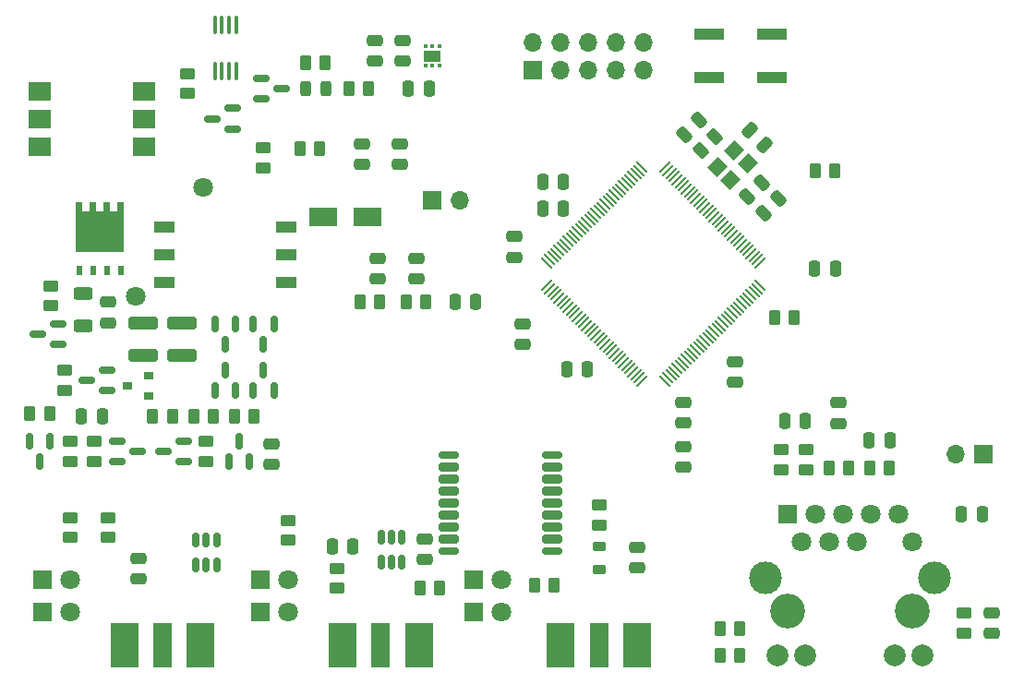
<source format=gbr>
%TF.GenerationSoftware,KiCad,Pcbnew,6.0.2+dfsg-1*%
%TF.CreationDate,2023-05-24T12:36:41-05:00*%
%TF.ProjectId,ethernet,65746865-726e-4657-942e-6b696361645f,rev?*%
%TF.SameCoordinates,Original*%
%TF.FileFunction,Soldermask,Top*%
%TF.FilePolarity,Negative*%
%FSLAX46Y46*%
G04 Gerber Fmt 4.6, Leading zero omitted, Abs format (unit mm)*
G04 Created by KiCad (PCBNEW 6.0.2+dfsg-1) date 2023-05-24 12:36:41*
%MOMM*%
%LPD*%
G01*
G04 APERTURE LIST*
G04 Aperture macros list*
%AMRoundRect*
0 Rectangle with rounded corners*
0 $1 Rounding radius*
0 $2 $3 $4 $5 $6 $7 $8 $9 X,Y pos of 4 corners*
0 Add a 4 corners polygon primitive as box body*
4,1,4,$2,$3,$4,$5,$6,$7,$8,$9,$2,$3,0*
0 Add four circle primitives for the rounded corners*
1,1,$1+$1,$2,$3*
1,1,$1+$1,$4,$5*
1,1,$1+$1,$6,$7*
1,1,$1+$1,$8,$9*
0 Add four rect primitives between the rounded corners*
20,1,$1+$1,$2,$3,$4,$5,0*
20,1,$1+$1,$4,$5,$6,$7,0*
20,1,$1+$1,$6,$7,$8,$9,0*
20,1,$1+$1,$8,$9,$2,$3,0*%
%AMRotRect*
0 Rectangle, with rotation*
0 The origin of the aperture is its center*
0 $1 length*
0 $2 width*
0 $3 Rotation angle, in degrees counterclockwise*
0 Add horizontal line*
21,1,$1,$2,0,0,$3*%
%AMFreePoly0*
4,1,17,2.675000,1.605000,1.875000,1.605000,1.875000,0.935000,2.675000,0.935000,2.675000,0.335000,1.875000,0.335000,1.875000,-0.335000,2.675000,-0.335000,2.675000,-0.935000,1.875000,-0.935000,1.875000,-1.605000,2.675000,-1.605000,2.675000,-2.205000,-1.875000,-2.205000,-1.875000,2.205000,2.675000,2.205000,2.675000,1.605000,2.675000,1.605000,$1*%
G04 Aperture macros list end*
%ADD10RoundRect,0.250000X-0.250000X-0.475000X0.250000X-0.475000X0.250000X0.475000X-0.250000X0.475000X0*%
%ADD11RoundRect,0.150000X-0.150000X0.512500X-0.150000X-0.512500X0.150000X-0.512500X0.150000X0.512500X0*%
%ADD12RoundRect,0.150000X-0.150000X0.587500X-0.150000X-0.587500X0.150000X-0.587500X0.150000X0.587500X0*%
%ADD13RoundRect,0.250000X0.450000X-0.262500X0.450000X0.262500X-0.450000X0.262500X-0.450000X-0.262500X0*%
%ADD14RoundRect,0.250000X0.250000X0.475000X-0.250000X0.475000X-0.250000X-0.475000X0.250000X-0.475000X0*%
%ADD15R,1.780000X4.190000*%
%ADD16R,2.665000X4.190000*%
%ADD17RoundRect,0.250000X-0.450000X0.262500X-0.450000X-0.262500X0.450000X-0.262500X0.450000X0.262500X0*%
%ADD18RoundRect,0.250000X0.132583X-0.503814X0.503814X-0.132583X-0.132583X0.503814X-0.503814X0.132583X0*%
%ADD19R,0.900000X0.800000*%
%ADD20RoundRect,0.243750X0.243750X0.456250X-0.243750X0.456250X-0.243750X-0.456250X0.243750X-0.456250X0*%
%ADD21RoundRect,0.250000X0.159099X-0.512652X0.512652X-0.159099X-0.159099X0.512652X-0.512652X0.159099X0*%
%ADD22RoundRect,0.150000X0.587500X0.150000X-0.587500X0.150000X-0.587500X-0.150000X0.587500X-0.150000X0*%
%ADD23RoundRect,0.250000X-0.262500X-0.450000X0.262500X-0.450000X0.262500X0.450000X-0.262500X0.450000X0*%
%ADD24RoundRect,0.250000X-1.100000X0.325000X-1.100000X-0.325000X1.100000X-0.325000X1.100000X0.325000X0*%
%ADD25RoundRect,0.218750X-0.381250X0.218750X-0.381250X-0.218750X0.381250X-0.218750X0.381250X0.218750X0*%
%ADD26R,1.700000X1.700000*%
%ADD27O,1.700000X1.700000*%
%ADD28RoundRect,0.250000X0.262500X0.450000X-0.262500X0.450000X-0.262500X-0.450000X0.262500X-0.450000X0*%
%ADD29RoundRect,0.150000X0.150000X-0.587500X0.150000X0.587500X-0.150000X0.587500X-0.150000X-0.587500X0*%
%ADD30RoundRect,0.250000X-0.475000X0.250000X-0.475000X-0.250000X0.475000X-0.250000X0.475000X0.250000X0*%
%ADD31RoundRect,0.093750X-0.106250X0.093750X-0.106250X-0.093750X0.106250X-0.093750X0.106250X0.093750X0*%
%ADD32R,1.600000X1.000000*%
%ADD33R,1.800000X1.800000*%
%ADD34C,1.800000*%
%ADD35R,1.830000X1.090000*%
%ADD36RoundRect,0.054500X0.860500X0.490500X-0.860500X0.490500X-0.860500X-0.490500X0.860500X-0.490500X0*%
%ADD37RotRect,1.400000X1.200000X45.000000*%
%ADD38RoundRect,0.250000X0.475000X-0.250000X0.475000X0.250000X-0.475000X0.250000X-0.475000X-0.250000X0*%
%ADD39C,3.200000*%
%ADD40C,2.000000*%
%ADD41C,3.000000*%
%ADD42R,2.800000X1.000000*%
%ADD43RoundRect,0.250000X0.625000X-0.312500X0.625000X0.312500X-0.625000X0.312500X-0.625000X-0.312500X0*%
%ADD44R,2.000000X1.780000*%
%ADD45RoundRect,0.050000X-0.450781X-0.521491X0.521491X0.450781X0.450781X0.521491X-0.521491X-0.450781X0*%
%ADD46RoundRect,0.050000X0.450781X-0.521491X0.521491X-0.450781X-0.450781X0.521491X-0.521491X0.450781X0*%
%ADD47RoundRect,0.100000X-0.100000X0.712500X-0.100000X-0.712500X0.100000X-0.712500X0.100000X0.712500X0*%
%ADD48RoundRect,0.150000X-0.587500X-0.150000X0.587500X-0.150000X0.587500X0.150000X-0.587500X0.150000X0*%
%ADD49RoundRect,0.175000X-0.725000X-0.175000X0.725000X-0.175000X0.725000X0.175000X-0.725000X0.175000X0*%
%ADD50RoundRect,0.200000X-0.700000X-0.200000X0.700000X-0.200000X0.700000X0.200000X-0.700000X0.200000X0*%
%ADD51R,2.500000X1.800000*%
%ADD52RoundRect,0.250000X0.512652X0.159099X0.159099X0.512652X-0.512652X-0.159099X-0.159099X-0.512652X0*%
%ADD53FreePoly0,90.000000*%
%ADD54R,0.500000X0.850000*%
G04 APERTURE END LIST*
D10*
%TO.C,C35*%
X123800000Y-75000000D03*
X125700000Y-75000000D03*
%TD*%
D11*
%TO.C,U5*%
X68950000Y-99862500D03*
X68000000Y-99862500D03*
X67050000Y-99862500D03*
X67050000Y-102137500D03*
X68000000Y-102137500D03*
X68950000Y-102137500D03*
%TD*%
D12*
%TO.C,Q13*%
X53700000Y-90812500D03*
X51800000Y-90812500D03*
X52750000Y-92687500D03*
%TD*%
D13*
%TO.C,R27*%
X59000000Y-99662500D03*
X59000000Y-97837500D03*
%TD*%
D14*
%TO.C,C16*%
X100750000Y-69500000D03*
X98850000Y-69500000D03*
%TD*%
D15*
%TO.C,J2*%
X104000000Y-109500000D03*
D16*
X100507500Y-109500000D03*
X107492500Y-109500000D03*
%TD*%
D17*
%TO.C,R4*%
X123000000Y-91587500D03*
X123000000Y-93412500D03*
%TD*%
D18*
%TO.C,R5*%
X113354765Y-64145235D03*
X114645235Y-62854765D03*
%TD*%
D13*
%TO.C,R21*%
X53750000Y-78412500D03*
X53750000Y-76587500D03*
%TD*%
D19*
%TO.C,D8*%
X62750000Y-84800000D03*
X60750000Y-85750000D03*
X62750000Y-86700000D03*
%TD*%
D20*
%TO.C,D7*%
X79000000Y-58500000D03*
X77125000Y-58500000D03*
%TD*%
D13*
%TO.C,R17*%
X73250000Y-65750000D03*
X73250000Y-63925000D03*
%TD*%
D21*
%TO.C,C1*%
X117578249Y-68421751D03*
X118921751Y-67078249D03*
%TD*%
D22*
%TO.C,Q7*%
X58937500Y-86200000D03*
X58937500Y-84300000D03*
X57062500Y-85250000D03*
%TD*%
D23*
%TO.C,R7*%
X77087500Y-56087500D03*
X78912500Y-56087500D03*
%TD*%
D24*
%TO.C,C30*%
X65750000Y-80025000D03*
X65750000Y-82975000D03*
%TD*%
D14*
%TO.C,C9*%
X81450000Y-100500000D03*
X79550000Y-100500000D03*
%TD*%
D25*
%TO.C,L1*%
X104000000Y-100437500D03*
X104000000Y-102562500D03*
%TD*%
D26*
%TO.C,J4*%
X88750000Y-68750000D03*
D27*
X91290000Y-68750000D03*
%TD*%
D14*
%TO.C,C4*%
X102950000Y-84250000D03*
X101050000Y-84250000D03*
%TD*%
D28*
%TO.C,R1*%
X130662500Y-93250000D03*
X128837500Y-93250000D03*
%TD*%
D23*
%TO.C,R11*%
X123837500Y-66000000D03*
X125662500Y-66000000D03*
%TD*%
D10*
%TO.C,C31*%
X56550000Y-88500000D03*
X58450000Y-88500000D03*
%TD*%
%TO.C,C18*%
X90800000Y-78000000D03*
X92700000Y-78000000D03*
%TD*%
D29*
%TO.C,Q9*%
X68800000Y-86187500D03*
X70700000Y-86187500D03*
X69750000Y-84312500D03*
%TD*%
D11*
%TO.C,U4*%
X85950000Y-99612500D03*
X85000000Y-99612500D03*
X84050000Y-99612500D03*
X84050000Y-101887500D03*
X85000000Y-101887500D03*
X85950000Y-101887500D03*
%TD*%
D17*
%TO.C,R30*%
X68000000Y-90837500D03*
X68000000Y-92662500D03*
%TD*%
D30*
%TO.C,C23*%
X82250000Y-63550000D03*
X82250000Y-65450000D03*
%TD*%
D28*
%TO.C,R12*%
X78412500Y-64000000D03*
X76587500Y-64000000D03*
%TD*%
D12*
%TO.C,Q5*%
X74200000Y-80062500D03*
X72300000Y-80062500D03*
X73250000Y-81937500D03*
%TD*%
D23*
%TO.C,R19*%
X98087500Y-104000000D03*
X99912500Y-104000000D03*
%TD*%
D13*
%TO.C,R33*%
X55500000Y-92662500D03*
X55500000Y-90837500D03*
%TD*%
D29*
%TO.C,Q8*%
X72300000Y-86187500D03*
X74200000Y-86187500D03*
X73250000Y-84312500D03*
%TD*%
D30*
%TO.C,C10*%
X111750000Y-87250000D03*
X111750000Y-89150000D03*
%TD*%
D28*
%TO.C,R2*%
X126912500Y-93250000D03*
X125087500Y-93250000D03*
%TD*%
%TO.C,R23*%
X89412500Y-104250000D03*
X87587500Y-104250000D03*
%TD*%
D22*
%TO.C,Q2*%
X70437500Y-62200000D03*
X70437500Y-60300000D03*
X68562500Y-61250000D03*
%TD*%
D23*
%TO.C,R14*%
X115087500Y-108000000D03*
X116912500Y-108000000D03*
%TD*%
D15*
%TO.C,J6*%
X64000000Y-109500000D03*
D16*
X67492500Y-109500000D03*
X60507500Y-109500000D03*
%TD*%
D31*
%TO.C,U3*%
X89400000Y-54612500D03*
X88750000Y-54612500D03*
X88100000Y-54612500D03*
X88100000Y-56387500D03*
X88750000Y-56387500D03*
X89400000Y-56387500D03*
D32*
X88750000Y-55500000D03*
%TD*%
D30*
%TO.C,C8*%
X88000000Y-99800000D03*
X88000000Y-101700000D03*
%TD*%
%TO.C,C22*%
X85750000Y-63550000D03*
X85750000Y-65450000D03*
%TD*%
D33*
%TO.C,D2*%
X92500000Y-106500000D03*
D34*
X95040000Y-106500000D03*
%TD*%
D35*
%TO.C,TR1*%
X75370000Y-76290000D03*
D36*
X75370000Y-73750000D03*
X75370000Y-71210000D03*
X64130000Y-71210000D03*
X64130000Y-73750000D03*
X64130000Y-76290000D03*
%TD*%
D30*
%TO.C,C25*%
X97000000Y-80050000D03*
X97000000Y-81950000D03*
%TD*%
D15*
%TO.C,J5*%
X84000000Y-109500000D03*
D16*
X87492500Y-109500000D03*
X80507500Y-109500000D03*
%TD*%
D37*
%TO.C,Y1*%
X116073223Y-66878858D03*
X117628858Y-65323223D03*
X116426777Y-64121142D03*
X114871142Y-65676777D03*
%TD*%
D38*
%TO.C,C19*%
X83500000Y-55950000D03*
X83500000Y-54050000D03*
%TD*%
D13*
%TO.C,R22*%
X55000000Y-86162500D03*
X55000000Y-84337500D03*
%TD*%
D23*
%TO.C,R20*%
X82087500Y-78000000D03*
X83912500Y-78000000D03*
%TD*%
D38*
%TO.C,C3*%
X86000000Y-55950000D03*
X86000000Y-54050000D03*
%TD*%
%TO.C,C27*%
X59000000Y-79950000D03*
X59000000Y-78050000D03*
%TD*%
D13*
%TO.C,R3*%
X120750000Y-93412500D03*
X120750000Y-91587500D03*
%TD*%
%TO.C,R25*%
X80000000Y-104325000D03*
X80000000Y-102500000D03*
%TD*%
D10*
%TO.C,C20*%
X86550000Y-58500000D03*
X88450000Y-58500000D03*
%TD*%
D38*
%TO.C,C7*%
X96250000Y-73950000D03*
X96250000Y-72050000D03*
%TD*%
D22*
%TO.C,Q11*%
X65937500Y-92700000D03*
X65937500Y-90800000D03*
X64062500Y-91750000D03*
%TD*%
D39*
%TO.C,J1*%
X121290000Y-106395000D03*
X132720000Y-106395000D03*
D33*
X121290000Y-97505000D03*
D34*
X122560000Y-100045000D03*
X123830000Y-97505000D03*
X125100000Y-100045000D03*
X126370000Y-97505000D03*
X127640000Y-100045000D03*
X128910000Y-97505000D03*
X131450000Y-97505000D03*
X132720000Y-100045000D03*
D40*
X120370000Y-110455000D03*
X122910000Y-110455000D03*
X131090000Y-110455000D03*
X133630000Y-110455000D03*
D41*
X134750000Y-103345000D03*
X119250000Y-103345000D03*
%TD*%
D28*
%TO.C,R9*%
X121912500Y-79500000D03*
X120087500Y-79500000D03*
%TD*%
D33*
%TO.C,D3*%
X73000000Y-103500000D03*
D34*
X75540000Y-103500000D03*
%TD*%
%TO.C,J9*%
X67750000Y-67500000D03*
%TD*%
D28*
%TO.C,R34*%
X64912500Y-88500000D03*
X63087500Y-88500000D03*
%TD*%
D42*
%TO.C,SW1*%
X119900000Y-53500000D03*
X114100000Y-53500000D03*
X119900000Y-57500000D03*
X114100000Y-57500000D03*
%TD*%
D30*
%TO.C,C5*%
X116500000Y-83500000D03*
X116500000Y-85400000D03*
%TD*%
D17*
%TO.C,R32*%
X57750000Y-90837500D03*
X57750000Y-92662500D03*
%TD*%
D26*
%TO.C,J7*%
X139250000Y-92000000D03*
D27*
X136710000Y-92000000D03*
%TD*%
D43*
%TO.C,R18*%
X56750000Y-80212500D03*
X56750000Y-77287500D03*
%TD*%
D38*
%TO.C,C12*%
X111750000Y-93200000D03*
X111750000Y-91300000D03*
%TD*%
D21*
%TO.C,C15*%
X119078249Y-69921751D03*
X120421751Y-68578249D03*
%TD*%
D23*
%TO.C,R29*%
X66837500Y-88500000D03*
X68662500Y-88500000D03*
%TD*%
D30*
%TO.C,C26*%
X83750000Y-74050000D03*
X83750000Y-75950000D03*
%TD*%
D33*
%TO.C,D6*%
X53000000Y-106500000D03*
D34*
X55540000Y-106500000D03*
%TD*%
D44*
%TO.C,U7*%
X62265000Y-63790000D03*
X62265000Y-61250000D03*
X62265000Y-58710000D03*
X52735000Y-58710000D03*
X52735000Y-61250000D03*
X52735000Y-63790000D03*
%TD*%
D14*
%TO.C,C33*%
X122950000Y-89000000D03*
X121050000Y-89000000D03*
%TD*%
D21*
%TO.C,C11*%
X111828249Y-62671751D03*
X113171751Y-61328249D03*
%TD*%
D22*
%TO.C,Q4*%
X54437500Y-81950000D03*
X54437500Y-80050000D03*
X52562500Y-81000000D03*
%TD*%
D45*
%TO.C,U1*%
X99197732Y-76534144D03*
X99480575Y-76816986D03*
X99763418Y-77099829D03*
X100046260Y-77382672D03*
X100329103Y-77665515D03*
X100611946Y-77948357D03*
X100894789Y-78231200D03*
X101177631Y-78514043D03*
X101460474Y-78796885D03*
X101743317Y-79079728D03*
X102026159Y-79362571D03*
X102309002Y-79645414D03*
X102591845Y-79928256D03*
X102874688Y-80211099D03*
X103157530Y-80493942D03*
X103440373Y-80776784D03*
X103723216Y-81059627D03*
X104006058Y-81342470D03*
X104288901Y-81625312D03*
X104571744Y-81908155D03*
X104854586Y-82190998D03*
X105137429Y-82473841D03*
X105420272Y-82756683D03*
X105703115Y-83039526D03*
X105985957Y-83322369D03*
X106268800Y-83605211D03*
X106551643Y-83888054D03*
X106834485Y-84170897D03*
X107117328Y-84453740D03*
X107400171Y-84736582D03*
X107683014Y-85019425D03*
X107965856Y-85302268D03*
D46*
X110034144Y-85302268D03*
X110316986Y-85019425D03*
X110599829Y-84736582D03*
X110882672Y-84453740D03*
X111165515Y-84170897D03*
X111448357Y-83888054D03*
X111731200Y-83605211D03*
X112014043Y-83322369D03*
X112296885Y-83039526D03*
X112579728Y-82756683D03*
X112862571Y-82473841D03*
X113145414Y-82190998D03*
X113428256Y-81908155D03*
X113711099Y-81625312D03*
X113993942Y-81342470D03*
X114276784Y-81059627D03*
X114559627Y-80776784D03*
X114842470Y-80493942D03*
X115125312Y-80211099D03*
X115408155Y-79928256D03*
X115690998Y-79645414D03*
X115973841Y-79362571D03*
X116256683Y-79079728D03*
X116539526Y-78796885D03*
X116822369Y-78514043D03*
X117105211Y-78231200D03*
X117388054Y-77948357D03*
X117670897Y-77665515D03*
X117953740Y-77382672D03*
X118236582Y-77099829D03*
X118519425Y-76816986D03*
X118802268Y-76534144D03*
D45*
X118802268Y-74465856D03*
X118519425Y-74183014D03*
X118236582Y-73900171D03*
X117953740Y-73617328D03*
X117670897Y-73334485D03*
X117388054Y-73051643D03*
X117105211Y-72768800D03*
X116822369Y-72485957D03*
X116539526Y-72203115D03*
X116256683Y-71920272D03*
X115973841Y-71637429D03*
X115690998Y-71354586D03*
X115408155Y-71071744D03*
X115125312Y-70788901D03*
X114842470Y-70506058D03*
X114559627Y-70223216D03*
X114276784Y-69940373D03*
X113993942Y-69657530D03*
X113711099Y-69374688D03*
X113428256Y-69091845D03*
X113145414Y-68809002D03*
X112862571Y-68526159D03*
X112579728Y-68243317D03*
X112296885Y-67960474D03*
X112014043Y-67677631D03*
X111731200Y-67394789D03*
X111448357Y-67111946D03*
X111165515Y-66829103D03*
X110882672Y-66546260D03*
X110599829Y-66263418D03*
X110316986Y-65980575D03*
X110034144Y-65697732D03*
D46*
X107965856Y-65697732D03*
X107683014Y-65980575D03*
X107400171Y-66263418D03*
X107117328Y-66546260D03*
X106834485Y-66829103D03*
X106551643Y-67111946D03*
X106268800Y-67394789D03*
X105985957Y-67677631D03*
X105703115Y-67960474D03*
X105420272Y-68243317D03*
X105137429Y-68526159D03*
X104854586Y-68809002D03*
X104571744Y-69091845D03*
X104288901Y-69374688D03*
X104006058Y-69657530D03*
X103723216Y-69940373D03*
X103440373Y-70223216D03*
X103157530Y-70506058D03*
X102874688Y-70788901D03*
X102591845Y-71071744D03*
X102309002Y-71354586D03*
X102026159Y-71637429D03*
X101743317Y-71920272D03*
X101460474Y-72203115D03*
X101177631Y-72485957D03*
X100894789Y-72768800D03*
X100611946Y-73051643D03*
X100329103Y-73334485D03*
X100046260Y-73617328D03*
X99763418Y-73900171D03*
X99480575Y-74183014D03*
X99197732Y-74465856D03*
%TD*%
D13*
%TO.C,R24*%
X75500000Y-99912500D03*
X75500000Y-98087500D03*
%TD*%
D47*
%TO.C,U6*%
X70725000Y-52637500D03*
X70075000Y-52637500D03*
X69425000Y-52637500D03*
X68775000Y-52637500D03*
X68775000Y-56862500D03*
X69425000Y-56862500D03*
X70075000Y-56862500D03*
X70725000Y-56862500D03*
%TD*%
D38*
%TO.C,C28*%
X74000000Y-92950000D03*
X74000000Y-91050000D03*
%TD*%
D48*
%TO.C,Q1*%
X73062500Y-57550000D03*
X73062500Y-59450000D03*
X74937500Y-58500000D03*
%TD*%
D13*
%TO.C,R26*%
X55500000Y-99662500D03*
X55500000Y-97837500D03*
%TD*%
D33*
%TO.C,D5*%
X53000000Y-103500000D03*
D34*
X55540000Y-103500000D03*
%TD*%
D26*
%TO.C,J3*%
X97925000Y-56775000D03*
D27*
X97925000Y-54235000D03*
X100465000Y-56775000D03*
X100465000Y-54235000D03*
X103005000Y-56775000D03*
X103005000Y-54235000D03*
X105545000Y-56775000D03*
X105545000Y-54235000D03*
X108085000Y-56775000D03*
X108085000Y-54235000D03*
%TD*%
D12*
%TO.C,Q6*%
X70700000Y-80062500D03*
X68800000Y-80062500D03*
X69750000Y-81937500D03*
%TD*%
D23*
%TO.C,R16*%
X86337500Y-78000000D03*
X88162500Y-78000000D03*
%TD*%
D14*
%TO.C,C24*%
X139150000Y-97500000D03*
X137250000Y-97500000D03*
%TD*%
D28*
%TO.C,R31*%
X53662500Y-88250000D03*
X51837500Y-88250000D03*
%TD*%
D49*
%TO.C,U2*%
X90250000Y-92100000D03*
D50*
X90250000Y-93200000D03*
X90250000Y-94300000D03*
X90250000Y-95400000D03*
X90250000Y-96500000D03*
X90250000Y-97600000D03*
X90250000Y-98700000D03*
X90250000Y-99800000D03*
D49*
X90250000Y-100900000D03*
X99750000Y-100900000D03*
D50*
X99750000Y-99800000D03*
X99750000Y-98700000D03*
X99750000Y-97600000D03*
X99750000Y-96500000D03*
X99750000Y-95400000D03*
X99750000Y-94300000D03*
X99750000Y-93200000D03*
D49*
X99750000Y-92100000D03*
%TD*%
D34*
%TO.C,J8*%
X61500000Y-77500000D03*
%TD*%
D38*
%TO.C,C32*%
X126000000Y-89200000D03*
X126000000Y-87300000D03*
%TD*%
D51*
%TO.C,D9*%
X82750000Y-70250000D03*
X78750000Y-70250000D03*
%TD*%
D33*
%TO.C,D1*%
X92500000Y-103500000D03*
D34*
X95040000Y-103500000D03*
%TD*%
D14*
%TO.C,C17*%
X100750000Y-67000000D03*
X98850000Y-67000000D03*
%TD*%
D13*
%TO.C,R8*%
X137500000Y-108412500D03*
X137500000Y-106587500D03*
%TD*%
D23*
%TO.C,R28*%
X70587500Y-88500000D03*
X72412500Y-88500000D03*
%TD*%
D48*
%TO.C,Q12*%
X59812500Y-90800000D03*
X59812500Y-92700000D03*
X61687500Y-91750000D03*
%TD*%
D30*
%TO.C,C14*%
X107500000Y-100550000D03*
X107500000Y-102450000D03*
%TD*%
D17*
%TO.C,R15*%
X66250000Y-57087500D03*
X66250000Y-58912500D03*
%TD*%
D52*
%TO.C,C2*%
X119171751Y-63671751D03*
X117828249Y-62328249D03*
%TD*%
D30*
%TO.C,C13*%
X140000000Y-106550000D03*
X140000000Y-108450000D03*
%TD*%
D24*
%TO.C,C29*%
X62250000Y-80025000D03*
X62250000Y-82975000D03*
%TD*%
D17*
%TO.C,R10*%
X104000000Y-96675000D03*
X104000000Y-98500000D03*
%TD*%
D28*
%TO.C,R6*%
X82912500Y-58500000D03*
X81087500Y-58500000D03*
%TD*%
D53*
%TO.C,Q3*%
X58250000Y-71600000D03*
D54*
X56345000Y-75150000D03*
X57615000Y-75150000D03*
X58885000Y-75150000D03*
X60155000Y-75150000D03*
%TD*%
D33*
%TO.C,D4*%
X73000000Y-106500000D03*
D34*
X75540000Y-106500000D03*
%TD*%
D30*
%TO.C,C6*%
X61750000Y-101550000D03*
X61750000Y-103450000D03*
%TD*%
%TO.C,C21*%
X87250000Y-74050000D03*
X87250000Y-75950000D03*
%TD*%
D29*
%TO.C,Q10*%
X70050000Y-92687500D03*
X71950000Y-92687500D03*
X71000000Y-90812500D03*
%TD*%
D10*
%TO.C,C34*%
X128800000Y-90750000D03*
X130700000Y-90750000D03*
%TD*%
D23*
%TO.C,R13*%
X115087500Y-110500000D03*
X116912500Y-110500000D03*
%TD*%
M02*

</source>
